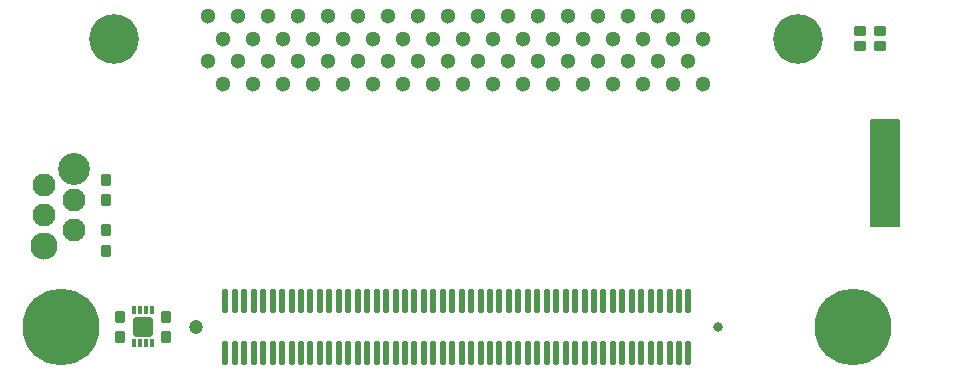
<source format=gts>
G04 #@! TF.GenerationSoftware,KiCad,Pcbnew,8.0.6*
G04 #@! TF.CreationDate,2024-11-07T02:27:38-08:00*
G04 #@! TF.ProjectId,mse-68-hd,6d73652d-3638-42d6-9864-2e6b69636164,1*
G04 #@! TF.SameCoordinates,Original*
G04 #@! TF.FileFunction,Soldermask,Top*
G04 #@! TF.FilePolarity,Negative*
%FSLAX46Y46*%
G04 Gerber Fmt 4.6, Leading zero omitted, Abs format (unit mm)*
G04 Created by KiCad (PCBNEW 8.0.6) date 2024-11-07 02:27:38*
%MOMM*%
%LPD*%
G01*
G04 APERTURE LIST*
G04 Aperture macros list*
%AMRoundRect*
0 Rectangle with rounded corners*
0 $1 Rounding radius*
0 $2 $3 $4 $5 $6 $7 $8 $9 X,Y pos of 4 corners*
0 Add a 4 corners polygon primitive as box body*
4,1,4,$2,$3,$4,$5,$6,$7,$8,$9,$2,$3,0*
0 Add four circle primitives for the rounded corners*
1,1,$1+$1,$2,$3*
1,1,$1+$1,$4,$5*
1,1,$1+$1,$6,$7*
1,1,$1+$1,$8,$9*
0 Add four rect primitives between the rounded corners*
20,1,$1+$1,$2,$3,$4,$5,0*
20,1,$1+$1,$4,$5,$6,$7,0*
20,1,$1+$1,$6,$7,$8,$9,0*
20,1,$1+$1,$8,$9,$2,$3,0*%
G04 Aperture macros list end*
%ADD10C,0.800000*%
%ADD11C,1.200000*%
%ADD12RoundRect,0.125000X0.125000X0.925000X-0.125000X0.925000X-0.125000X-0.925000X0.125000X-0.925000X0*%
%ADD13RoundRect,0.225000X0.225000X-0.275000X0.225000X0.275000X-0.225000X0.275000X-0.225000X-0.275000X0*%
%ADD14RoundRect,0.225000X-0.225000X0.275000X-0.225000X-0.275000X0.225000X-0.275000X0.225000X0.275000X0*%
%ADD15RoundRect,0.225000X-0.275000X-0.225000X0.275000X-0.225000X0.275000X0.225000X-0.275000X0.225000X0*%
%ADD16C,1.300000*%
%ADD17C,4.200000*%
%ADD18C,6.500000*%
%ADD19RoundRect,0.062500X0.137500X-0.287500X0.137500X0.287500X-0.137500X0.287500X-0.137500X-0.287500X0*%
%ADD20RoundRect,0.265625X0.584375X-0.584375X0.584375X0.584375X-0.584375X0.584375X-0.584375X-0.584375X0*%
%ADD21C,2.300000*%
%ADD22C,2.700000*%
%ADD23C,1.950000*%
%ADD24RoundRect,0.225000X0.275000X0.225000X-0.275000X0.225000X-0.275000X-0.225000X0.275000X-0.225000X0*%
G04 APERTURE END LIST*
D10*
G04 #@! TO.C,J1*
X-15400000Y4000000D03*
D11*
X-59600000Y4000000D03*
D12*
X-57100000Y1800000D03*
X-57100000Y6200000D03*
X-56300000Y1800001D03*
X-56300000Y6199999D03*
X-55500000Y1800000D03*
X-55500000Y6200000D03*
X-54700001Y1800000D03*
X-54700001Y6200000D03*
X-53900000Y1800000D03*
X-53900000Y6200000D03*
X-53100000Y1800000D03*
X-53100000Y6200000D03*
X-52299999Y1800000D03*
X-52299999Y6200000D03*
X-51500000Y1800000D03*
X-51500000Y6200000D03*
X-50700000Y1800001D03*
X-50700000Y6199999D03*
X-49900000Y1800000D03*
X-49900000Y6200000D03*
X-49100000Y1800000D03*
X-49100000Y6200000D03*
X-48300000Y1800000D03*
X-48300000Y6200000D03*
X-47500000Y1800000D03*
X-47500000Y6200000D03*
X-46699999Y1800000D03*
X-46699999Y6200000D03*
X-45900000Y1800000D03*
X-45900000Y6200000D03*
X-45100000Y1800001D03*
X-45100000Y6199999D03*
X-44300000Y1800000D03*
X-44300000Y6200000D03*
X-43500000Y1800000D03*
X-43500000Y6200000D03*
X-42700000Y1800000D03*
X-42700000Y6200000D03*
X-41900000Y1800000D03*
X-41900000Y6200000D03*
X-41099999Y1800000D03*
X-41099999Y6200000D03*
X-40300000Y1800000D03*
X-40300000Y6200000D03*
X-39500000Y1800001D03*
X-39500000Y6199999D03*
X-38700000Y1800000D03*
X-38700000Y6200000D03*
X-37900000Y1800000D03*
X-37900000Y6200000D03*
X-37100000Y1800000D03*
X-37100000Y6200000D03*
X-36300000Y1800000D03*
X-36300000Y6200000D03*
X-35500000Y1800001D03*
X-35500000Y6199999D03*
X-34700000Y1800000D03*
X-34700000Y6200000D03*
X-33900001Y1800000D03*
X-33900001Y6200000D03*
X-33100000Y1800000D03*
X-33100000Y6200000D03*
X-32300000Y1800000D03*
X-32300000Y6200000D03*
X-31500000Y1800000D03*
X-31500000Y6200000D03*
X-30700000Y1800000D03*
X-30700000Y6200000D03*
X-29900000Y1800001D03*
X-29900000Y6199999D03*
X-29100000Y1800000D03*
X-29100000Y6200000D03*
X-28300001Y1800000D03*
X-28300001Y6200000D03*
X-27500000Y1800000D03*
X-27500000Y6200000D03*
X-26700000Y1800000D03*
X-26700000Y6200000D03*
X-25900000Y1800000D03*
X-25900000Y6200000D03*
X-25100000Y1800000D03*
X-25100000Y6200000D03*
X-24300000Y1800001D03*
X-24300000Y6199999D03*
X-23500000Y1800000D03*
X-23500000Y6200000D03*
X-22700001Y1800000D03*
X-22700001Y6200000D03*
X-21900000Y1800000D03*
X-21900000Y6200000D03*
X-21100000Y1800000D03*
X-21100000Y6200000D03*
X-20299999Y1800000D03*
X-20299999Y6200000D03*
X-19500000Y1800000D03*
X-19500000Y6200000D03*
X-18700000Y1800001D03*
X-18700000Y6199999D03*
X-17900000Y1800000D03*
X-17900000Y6200000D03*
G04 #@! TD*
D13*
G04 #@! TO.C,R3*
X-67200000Y10450000D03*
X-67200000Y12150000D03*
G04 #@! TD*
D14*
G04 #@! TO.C,R2*
X-67200000Y16450000D03*
X-67200000Y14750000D03*
G04 #@! TD*
D15*
G04 #@! TO.C,R4*
X-3350000Y27750000D03*
X-1650000Y27750000D03*
G04 #@! TD*
D16*
G04 #@! TO.C,J4*
X-58550000Y26484001D03*
X-57280000Y24579000D03*
X-56010000Y26484001D03*
X-54739999Y24579000D03*
X-53470000Y26484001D03*
X-52199999Y24579000D03*
X-50930000Y26484000D03*
X-49659999Y24579000D03*
X-48390000Y26484001D03*
X-47119999Y24579000D03*
X-45850000Y26484001D03*
X-44579998Y24579000D03*
X-43310000Y26484001D03*
X-42039999Y24579000D03*
X-40770000Y26484000D03*
X-39499999Y24579000D03*
X-38230000Y26484000D03*
X-36959999Y24579000D03*
X-35690000Y26484001D03*
X-34420000Y24579000D03*
X-33150000Y26484001D03*
X-31879999Y24579000D03*
X-30610000Y26484001D03*
X-29339999Y24579000D03*
X-28070000Y26484000D03*
X-26799999Y24579000D03*
X-25530000Y26484001D03*
X-24259999Y24579000D03*
X-22990000Y26484001D03*
X-21719998Y24579000D03*
X-20450000Y26484001D03*
X-19179999Y24579000D03*
X-17910000Y26484000D03*
X-16639999Y24579000D03*
X-58550000Y30294000D03*
X-57280000Y28389000D03*
X-56010000Y30294000D03*
X-54740000Y28389000D03*
X-53470000Y30294000D03*
X-52200000Y28389000D03*
X-50930000Y30294000D03*
X-49660000Y28389000D03*
X-48390000Y30294000D03*
X-47120000Y28389000D03*
X-45850000Y30294000D03*
X-44580000Y28389000D03*
X-43310000Y30294000D03*
X-42040000Y28389000D03*
X-40770000Y30294000D03*
X-39500000Y28389000D03*
X-38230000Y30294000D03*
X-36960000Y28389000D03*
X-35690000Y30294000D03*
X-34420000Y28389000D03*
X-33150000Y30294000D03*
X-31880000Y28389000D03*
X-30610000Y30294000D03*
X-29340000Y28389000D03*
X-28070000Y30294000D03*
X-26800000Y28389000D03*
X-25530000Y30294000D03*
X-24260000Y28389000D03*
X-22990000Y30294000D03*
X-21720000Y28389000D03*
X-20450000Y30294000D03*
X-19180000Y28389000D03*
X-17910000Y30294000D03*
X-16640000Y28389000D03*
D17*
X-8639000Y28389000D03*
X-66550000Y28389000D03*
G04 #@! TD*
D13*
G04 #@! TO.C,C1*
X-66050000Y3150000D03*
X-66050000Y4850000D03*
G04 #@! TD*
D18*
G04 #@! TO.C,H4*
X-4000000Y4000000D03*
G04 #@! TD*
D13*
G04 #@! TO.C,R1*
X-62150000Y3150000D03*
X-62150000Y4850000D03*
G04 #@! TD*
D19*
G04 #@! TO.C,U1*
X-64850001Y2600000D03*
X-64350000Y2600000D03*
X-63850000Y2600000D03*
X-63349999Y2600000D03*
X-63349999Y5400000D03*
X-63850000Y5400000D03*
X-64350000Y5400000D03*
X-64850001Y5400000D03*
D20*
X-64100000Y4000000D03*
G04 #@! TD*
D21*
G04 #@! TO.C,J3*
X-72440000Y10870000D03*
D22*
X-69900000Y17340000D03*
D23*
X-72440000Y16010000D03*
X-69900000Y14740000D03*
X-72440000Y13470000D03*
X-69900000Y12200000D03*
G04 #@! TD*
D24*
G04 #@! TO.C,C2*
X-1650000Y29050000D03*
X-3350000Y29050000D03*
G04 #@! TD*
D18*
G04 #@! TO.C,H3*
X-71000000Y4000000D03*
G04 #@! TD*
G36*
X-56961Y21580315D02*
G01*
X-11206Y21527511D01*
X0Y21476000D01*
X0Y12524000D01*
X-19685Y12456961D01*
X-72489Y12411206D01*
X-124000Y12400000D01*
X-2376000Y12400000D01*
X-2443039Y12419685D01*
X-2488794Y12472489D01*
X-2500000Y12524000D01*
X-2500000Y21476000D01*
X-2480315Y21543039D01*
X-2427511Y21588794D01*
X-2376000Y21600000D01*
X-124000Y21600000D01*
X-56961Y21580315D01*
G37*
M02*

</source>
